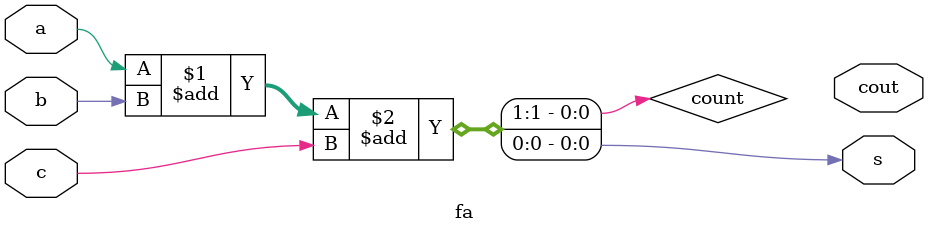
<source format=v>
module fa(
    input a , b , c,
    output cout , s 
);

begin
    // assign s = a ^ b ^ c;
    // assign cout = (a&b) | (a&c) | (b&c);
    assign {count,s} = a + b + c;
end

endmodule

</source>
